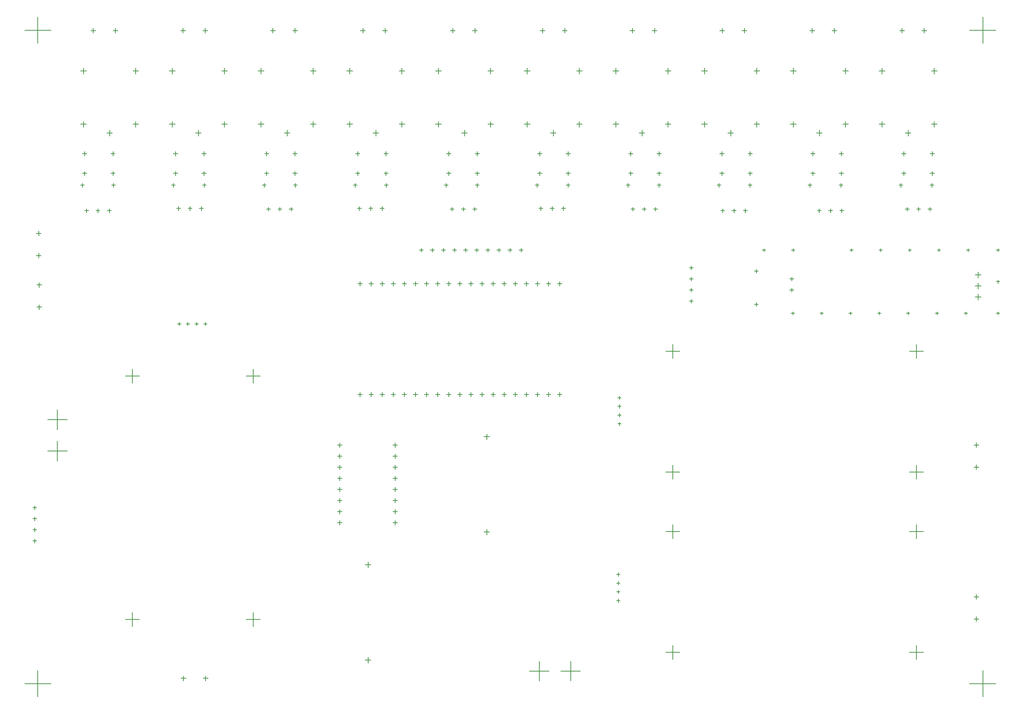
<source format=gbr>
%TF.GenerationSoftware,Altium Limited,Altium Designer,22.1.2 (22)*%
G04 Layer_Color=128*
%FSLAX45Y45*%
%MOMM*%
%TF.SameCoordinates,97720CCC-B93B-4F85-99AC-C394CD96EF65*%
%TF.FilePolarity,Positive*%
%TF.FileFunction,Drillmap*%
%TF.Part,Single*%
G01*
G75*
%TA.AperFunction,NonConductor*%
%ADD79C,0.12700*%
D79*
X4299700Y4762900D02*
X4431700D01*
X4365700Y4696900D02*
Y4828900D01*
X5499700Y4762900D02*
X5631700D01*
X5565700Y4696900D02*
Y4828900D01*
X5499700Y3542900D02*
X5631700D01*
X5565700Y3476900D02*
Y3608900D01*
X4901200Y3342900D02*
X5030200D01*
X4965700Y3278400D02*
Y3407400D01*
X4299700Y3542900D02*
X4431700D01*
X4365700Y3476900D02*
Y3608900D01*
X-7040466Y2866600D02*
X-6941466D01*
X-6990966Y2817100D02*
Y2916100D01*
X-7040466Y2416600D02*
X-6941466D01*
X-6990966Y2367100D02*
Y2466100D01*
X-7690466Y2866600D02*
X-7591466D01*
X-7640966Y2817100D02*
Y2916100D01*
X-7690466Y2416600D02*
X-7591466D01*
X-7640966Y2367100D02*
Y2466100D01*
X-15268600Y-9279000D02*
X-14668600D01*
X-14968600Y-9579000D02*
Y-8979000D01*
X1443400Y-584200D02*
X1528400D01*
X1485900Y-626700D02*
Y-541700D01*
X1443400Y177800D02*
X1528400D01*
X1485900Y135300D02*
Y220300D01*
X-6229900Y660400D02*
X-6139900D01*
X-6184900Y615400D02*
Y705400D01*
X-5975900Y660400D02*
X-5885900D01*
X-5930900Y615400D02*
Y705400D01*
X-5721900Y660400D02*
X-5631900D01*
X-5676900Y615400D02*
Y705400D01*
X-5467900Y660400D02*
X-5377900D01*
X-5422900Y615400D02*
Y705400D01*
X-5213900Y660400D02*
X-5123900D01*
X-5168900Y615400D02*
Y705400D01*
X-4959900Y660400D02*
X-4869900D01*
X-4914900Y615400D02*
Y705400D01*
X-4705900Y660400D02*
X-4615900D01*
X-4660900Y615400D02*
Y705400D01*
X-4451900Y660400D02*
X-4361900D01*
X-4406900Y615400D02*
Y705400D01*
X-4197900Y660400D02*
X-4107900D01*
X-4152900Y615400D02*
Y705400D01*
X-3943900Y660400D02*
X-3853900D01*
X-3898900Y615400D02*
Y705400D01*
X-3828300Y4762900D02*
X-3696300D01*
X-3762300Y4696900D02*
Y4828900D01*
X-2628300Y4762900D02*
X-2496300D01*
X-2562300Y4696900D02*
Y4828900D01*
X-2628300Y3542900D02*
X-2496300D01*
X-2562300Y3476900D02*
Y3608900D01*
X-3226800Y3342900D02*
X-3097800D01*
X-3162300Y3278400D02*
Y3407400D01*
X-3828300Y3542900D02*
X-3696300D01*
X-3762300Y3476900D02*
Y3608900D01*
X-5860300Y4762900D02*
X-5728300D01*
X-5794300Y4696900D02*
Y4828900D01*
X-4660300Y4762900D02*
X-4528300D01*
X-4594300Y4696900D02*
Y4828900D01*
X-4660300Y3542900D02*
X-4528300D01*
X-4594300Y3476900D02*
Y3608900D01*
X-5258800Y3342900D02*
X-5129800D01*
X-5194300Y3278400D02*
Y3407400D01*
X-5860300Y3542900D02*
X-5728300D01*
X-5794300Y3476900D02*
Y3608900D01*
X-11956300Y3542900D02*
X-11824300D01*
X-11890300Y3476900D02*
Y3608900D01*
X-11354800Y3342900D02*
X-11225800D01*
X-11290300Y3278400D02*
Y3407400D01*
X-10756300Y3542900D02*
X-10624300D01*
X-10690300Y3476900D02*
Y3608900D01*
X-10756300Y4762900D02*
X-10624300D01*
X-10690300Y4696900D02*
Y4828900D01*
X-11956300Y4762900D02*
X-11824300D01*
X-11890300Y4696900D02*
Y4828900D01*
X-6832800Y-5588000D02*
X-6730800D01*
X-6781800Y-5639000D02*
Y-5537000D01*
X-6832800Y-5334000D02*
X-6730800D01*
X-6781800Y-5385000D02*
Y-5283000D01*
X-6832800Y-5080000D02*
X-6730800D01*
X-6781800Y-5131000D02*
Y-5029000D01*
X-6832800Y-4826000D02*
X-6730800D01*
X-6781800Y-4877000D02*
Y-4775000D01*
X-6832800Y-4572000D02*
X-6730800D01*
X-6781800Y-4623000D02*
Y-4521000D01*
X-6832800Y-4318000D02*
X-6730800D01*
X-6781800Y-4369000D02*
Y-4267000D01*
X-6832800Y-4064000D02*
X-6730800D01*
X-6781800Y-4115000D02*
Y-4013000D01*
X-6832800Y-3810000D02*
X-6730800D01*
X-6781800Y-3861000D02*
Y-3759000D01*
X-8102800Y-3810000D02*
X-8000800D01*
X-8051800Y-3861000D02*
Y-3759000D01*
X-8102800Y-4064000D02*
X-8000800D01*
X-8051800Y-4115000D02*
Y-4013000D01*
X-8102800Y-4318000D02*
X-8000800D01*
X-8051800Y-4369000D02*
Y-4267000D01*
X-8102800Y-4572000D02*
X-8000800D01*
X-8051800Y-4623000D02*
Y-4521000D01*
X-8102800Y-4826000D02*
X-8000800D01*
X-8051800Y-4877000D02*
Y-4775000D01*
X-8102800Y-5080000D02*
X-8000800D01*
X-8051800Y-5131000D02*
Y-5029000D01*
X-8102800Y-5334000D02*
X-8000800D01*
X-8051800Y-5385000D02*
Y-5283000D01*
X-8102800Y-5588000D02*
X-8000800D01*
X-8051800Y-5639000D02*
Y-5537000D01*
X-15268600Y5697600D02*
X-14668600D01*
X-14968600Y5397600D02*
Y5997600D01*
X6375500Y-9279000D02*
X6975500D01*
X6675500Y-9579000D02*
Y-8979000D01*
X2255000Y0D02*
X2345000D01*
X2300000Y-45000D02*
Y45000D01*
X2255000Y-254000D02*
X2345000D01*
X2300000Y-299000D02*
Y-209000D01*
X6375500Y5697600D02*
X6975500D01*
X6675500Y5397600D02*
Y5997600D01*
X6497900Y-419100D02*
X6633900D01*
X6565900Y-487100D02*
Y-351100D01*
X6497900Y-165100D02*
X6633900D01*
X6565900Y-233100D02*
Y-97100D01*
X6497900Y88900D02*
X6633900D01*
X6565900Y20900D02*
Y156900D01*
X5278999Y5689600D02*
X5388999D01*
X5333999Y5634600D02*
Y5744600D01*
X4770999Y5689600D02*
X4880999D01*
X4825999Y5634600D02*
Y5744600D01*
X3220817Y5689600D02*
X3330817D01*
X3275817Y5634600D02*
Y5744600D01*
X2712817Y5689600D02*
X2822817D01*
X2767817Y5634600D02*
Y5744600D01*
X654635Y5689600D02*
X764635D01*
X709635Y5634600D02*
Y5744600D01*
X1162635Y5689600D02*
X1272635D01*
X1217635Y5634600D02*
Y5744600D01*
X-11768400Y-1032090D02*
X-11688400D01*
X-11728400Y-1072090D02*
Y-992090D01*
X-11568400Y-1032090D02*
X-11488400D01*
X-11528400Y-1072090D02*
Y-992090D01*
X-11368400Y-1032090D02*
X-11288400D01*
X-11328400Y-1072090D02*
Y-992090D01*
X-11168400Y-1032090D02*
X-11088400D01*
X-11128400Y-1072090D02*
Y-992090D01*
X-4752300Y-5803700D02*
X-4620300D01*
X-4686300Y-5869700D02*
Y-5737700D01*
X-4752300Y-3619700D02*
X-4620300D01*
X-4686300Y-3685700D02*
Y-3553700D01*
X-14990199Y-139700D02*
X-14880200D01*
X-14935201Y-194700D02*
Y-84700D01*
X-14990199Y-647700D02*
X-14880200D01*
X-14935201Y-702700D02*
Y-592700D01*
X-11180200Y-9156700D02*
X-11070200D01*
X-11125200Y-9211700D02*
Y-9101700D01*
X-11688200Y-9156700D02*
X-11578200D01*
X-11633200Y-9211700D02*
Y-9101700D01*
X-14745500Y-3226800D02*
X-14290500D01*
X-14517999Y-3454300D02*
Y-2999300D01*
X-14745500Y-3946800D02*
X-14290500D01*
X-14517999Y-4174300D02*
Y-3719300D01*
X-13244640Y5689600D02*
X-13134641D01*
X-13189639Y5634600D02*
Y5744600D01*
X-13752640Y5689600D02*
X-13642641D01*
X-13697639Y5634600D02*
Y5744600D01*
X-11186457Y5689600D02*
X-11076458D01*
X-11131458Y5634600D02*
Y5744600D01*
X-11694457Y5689600D02*
X-11584458D01*
X-11639458Y5634600D02*
Y5744600D01*
X-9128275Y5689600D02*
X-9018276D01*
X-9073275Y5634600D02*
Y5744600D01*
X-9636275Y5689600D02*
X-9526276D01*
X-9581275Y5634600D02*
Y5744600D01*
X-7578093Y5689600D02*
X-7468094D01*
X-7523093Y5634600D02*
Y5744600D01*
X-7070093Y5689600D02*
X-6960094D01*
X-7015093Y5634600D02*
Y5744600D01*
X-5011911Y5689600D02*
X-4901911D01*
X-4956911Y5634600D02*
Y5744600D01*
X-5519911Y5689600D02*
X-5409911D01*
X-5464911Y5634600D02*
Y5744600D01*
X-2953729Y5689600D02*
X-2843729D01*
X-2898729Y5634600D02*
Y5744600D01*
X-3461729Y5689600D02*
X-3351729D01*
X-3406729Y5634600D02*
Y5744600D01*
X-895547Y5689600D02*
X-785547D01*
X-840547Y5634600D02*
Y5744600D01*
X-1403547Y5689600D02*
X-1293547D01*
X-1348547Y5634600D02*
Y5744600D01*
X2734755Y2416600D02*
X2833755D01*
X2784255Y2367100D02*
Y2466100D01*
X2734755Y2866600D02*
X2833755D01*
X2784255Y2817100D02*
Y2916100D01*
X3384755Y2416600D02*
X3483755D01*
X3434255Y2367100D02*
Y2466100D01*
X3384755Y2866600D02*
X3483755D01*
X3434255Y2817100D02*
Y2916100D01*
X2267700Y3542900D02*
X2399700D01*
X2333700Y3476900D02*
Y3608900D01*
X2869200Y3342900D02*
X2998200D01*
X2933700Y3278400D02*
Y3407400D01*
X3467700Y3542900D02*
X3599700D01*
X3533700Y3476900D02*
Y3608900D01*
X3467700Y4762900D02*
X3599700D01*
X3533700Y4696900D02*
Y4828900D01*
X2267700Y4762900D02*
X2399700D01*
X2333700Y4696900D02*
Y4828900D01*
X649710Y2416600D02*
X748710D01*
X699210Y2367100D02*
Y2466100D01*
X649710Y2866600D02*
X748710D01*
X699210Y2817100D02*
Y2916100D01*
X1299711Y2416600D02*
X1398711D01*
X1349211Y2367100D02*
Y2466100D01*
X1299711Y2866600D02*
X1398711D01*
X1349211Y2817100D02*
Y2916100D01*
X2673400Y2146300D02*
X2763400D01*
X2718400Y2101300D02*
Y2191300D01*
X3383400Y2146300D02*
X3473400D01*
X3428400Y2101300D02*
Y2191300D01*
X590600Y2146300D02*
X680600D01*
X635600Y2101300D02*
Y2191300D01*
X1300600Y2146300D02*
X1390600D01*
X1345600Y2101300D02*
Y2191300D01*
X-1435334Y2416600D02*
X-1336334D01*
X-1385834Y2367100D02*
Y2466100D01*
X-1435334Y2866600D02*
X-1336334D01*
X-1385834Y2817100D02*
Y2916100D01*
X-785333Y2416600D02*
X-686333D01*
X-735833Y2367100D02*
Y2466100D01*
X-785333Y2866600D02*
X-686333D01*
X-735833Y2817100D02*
Y2916100D01*
X-2870378Y2866600D02*
X-2771377D01*
X-2820878Y2817100D02*
Y2916100D01*
X-2870378Y2416600D02*
X-2771377D01*
X-2820878Y2367100D02*
Y2466100D01*
X-3520378Y2866600D02*
X-3421378D01*
X-3470878Y2817100D02*
Y2916100D01*
X-3520378Y2416600D02*
X-3421378D01*
X-3470878Y2367100D02*
Y2466100D01*
X-4955422Y2866600D02*
X-4856422D01*
X-4905922Y2817100D02*
Y2916100D01*
X-4955422Y2416600D02*
X-4856422D01*
X-4905922Y2367100D02*
Y2466100D01*
X-5605422Y2866600D02*
X-5506422D01*
X-5555922Y2817100D02*
Y2916100D01*
X-5605422Y2416600D02*
X-5506422D01*
X-5555922Y2367100D02*
Y2466100D01*
X-9775510Y2416600D02*
X-9676510D01*
X-9726010Y2367100D02*
Y2466100D01*
X-9775510Y2866600D02*
X-9676510D01*
X-9726010Y2817100D02*
Y2916100D01*
X-9125510Y2416600D02*
X-9026510D01*
X-9076010Y2367100D02*
Y2466100D01*
X-9125510Y2866600D02*
X-9026510D01*
X-9076010Y2817100D02*
Y2916100D01*
X-11210554Y2866600D02*
X-11111554D01*
X-11161054Y2817100D02*
Y2916100D01*
X-11210554Y2416600D02*
X-11111554D01*
X-11161054Y2367100D02*
Y2466100D01*
X-11860554Y2866600D02*
X-11761554D01*
X-11811054Y2817100D02*
Y2916100D01*
X-11860554Y2416600D02*
X-11761554D01*
X-11811054Y2367100D02*
Y2466100D01*
X-13945598Y2416600D02*
X-13846597D01*
X-13896098Y2367100D02*
Y2466100D01*
X-13945598Y2866600D02*
X-13846597D01*
X-13896098Y2817100D02*
Y2916100D01*
X-13295598Y2416600D02*
X-13196597D01*
X-13246098Y2367100D02*
Y2466100D01*
X-13295598Y2866600D02*
X-13196597D01*
X-13246098Y2817100D02*
Y2916100D01*
X-13989000Y2146300D02*
X-13899001D01*
X-13944000Y2101300D02*
Y2191300D01*
X-13278999Y2146300D02*
X-13189000D01*
X-13234000Y2101300D02*
Y2191300D01*
X-3492700Y1612900D02*
X-3402700D01*
X-3447700Y1567900D02*
Y1657900D01*
X-3232700Y1612900D02*
X-3142700D01*
X-3187700Y1567900D02*
Y1657900D01*
X-2972700Y1612900D02*
X-2882700D01*
X-2927700Y1567900D02*
Y1657900D01*
X-11906200Y2146300D02*
X-11816200D01*
X-11861200Y2101300D02*
Y2191300D01*
X-11196200Y2146300D02*
X-11106200D01*
X-11151200Y2101300D02*
Y2191300D01*
X-13894000Y1562100D02*
X-13803999D01*
X-13849001Y1517100D02*
Y1607100D01*
X-13634000Y1562100D02*
X-13544000D01*
X-13589000Y1517100D02*
Y1607100D01*
X-13374001Y1562100D02*
X-13284000D01*
X-13328999Y1517100D02*
Y1607100D01*
X-11785800Y1611925D02*
X-11695800D01*
X-11740800Y1566925D02*
Y1656925D01*
X-11525800Y1611925D02*
X-11435800D01*
X-11480800Y1566925D02*
Y1656925D01*
X-11265800Y1611925D02*
X-11175800D01*
X-11220800Y1566925D02*
Y1656925D01*
X-1492200Y2146300D02*
X-1402200D01*
X-1447200Y2101300D02*
Y2191300D01*
X-782200Y2146300D02*
X-692200D01*
X-737200Y2101300D02*
Y2191300D01*
X-3575000Y2146300D02*
X-3485000D01*
X-3530000Y2101300D02*
Y2191300D01*
X-2865000Y2146300D02*
X-2775000D01*
X-2820000Y2101300D02*
Y2191300D01*
X-5657800Y2146300D02*
X-5567800D01*
X-5612800Y2101300D02*
Y2191300D01*
X-4947800Y2146300D02*
X-4857800D01*
X-4902800Y2101300D02*
Y2191300D01*
X-7740600Y2146300D02*
X-7650600D01*
X-7695600Y2101300D02*
Y2191300D01*
X-7030600Y2146300D02*
X-6940600D01*
X-6985600Y2101300D02*
Y2191300D01*
X-9728400Y1600200D02*
X-9638400D01*
X-9683400Y1555200D02*
Y1645200D01*
X-9468400Y1600200D02*
X-9378400D01*
X-9423400Y1555200D02*
Y1645200D01*
X-9208400Y1600200D02*
X-9118400D01*
X-9163400Y1555200D02*
Y1645200D01*
X-7645600Y1612900D02*
X-7555600D01*
X-7600600Y1567900D02*
Y1657900D01*
X-7385600Y1612900D02*
X-7295600D01*
X-7340600Y1567900D02*
Y1657900D01*
X-7125600Y1612900D02*
X-7035600D01*
X-7080600Y1567900D02*
Y1657900D01*
X-1384500Y1600200D02*
X-1294500D01*
X-1339500Y1555200D02*
Y1645200D01*
X-1124500Y1600200D02*
X-1034500D01*
X-1079500Y1555200D02*
Y1645200D01*
X-864500Y1600200D02*
X-774500D01*
X-819500Y1555200D02*
Y1645200D01*
X4902000Y1600200D02*
X4992000D01*
X4947000Y1555200D02*
Y1645200D01*
X5162000Y1600200D02*
X5252000D01*
X5207000Y1555200D02*
Y1645200D01*
X5422000Y1600200D02*
X5512000D01*
X5467000Y1555200D02*
Y1645200D01*
X-5524700Y1600200D02*
X-5434700D01*
X-5479700Y1555200D02*
Y1645200D01*
X-5264700Y1600200D02*
X-5174700D01*
X-5219700Y1555200D02*
Y1645200D01*
X-5004700Y1600200D02*
X-4914700D01*
X-4959700Y1555200D02*
Y1645200D01*
X672900Y1562100D02*
X762900D01*
X717900Y1517100D02*
Y1607100D01*
X932900Y1562100D02*
X1022900D01*
X977900Y1517100D02*
Y1607100D01*
X1192900Y1562100D02*
X1282900D01*
X1237900Y1517100D02*
Y1607100D01*
X2882700Y1562100D02*
X2972700D01*
X2927700Y1517100D02*
Y1607100D01*
X3142700Y1562100D02*
X3232700D01*
X3187700Y1517100D02*
Y1607100D01*
X3402700Y1562100D02*
X3492700D01*
X3447700Y1517100D02*
Y1607100D01*
X5469799Y2866600D02*
X5568799D01*
X5519299Y2817100D02*
Y2916100D01*
X5469799Y2416600D02*
X5568799D01*
X5519299Y2367100D02*
Y2466100D01*
X4819799Y2866600D02*
X4918799D01*
X4869299Y2817100D02*
Y2916100D01*
X4819799Y2416600D02*
X4918799D01*
X4869299Y2367100D02*
Y2466100D01*
X-2991700Y-8989600D02*
X-2536700D01*
X-2764200Y-9217100D02*
Y-8762100D01*
X-3711700Y-8989600D02*
X-3256700D01*
X-3484200Y-9217100D02*
Y-8762100D01*
X-1796300Y3542900D02*
X-1664300D01*
X-1730300Y3476900D02*
Y3608900D01*
X-1194800Y3342900D02*
X-1065800D01*
X-1130300Y3278400D02*
Y3407400D01*
X-596300Y3542900D02*
X-464300D01*
X-530300Y3476900D02*
Y3608900D01*
X-596300Y4762900D02*
X-464300D01*
X-530300Y4696900D02*
Y4828900D01*
X-1796300Y4762900D02*
X-1664300D01*
X-1730300Y4696900D02*
Y4828900D01*
X235700Y3542900D02*
X367700D01*
X301700Y3476900D02*
Y3608900D01*
X837200Y3342900D02*
X966200D01*
X901700Y3278400D02*
Y3407400D01*
X1435700Y3542900D02*
X1567700D01*
X1501700Y3476900D02*
Y3608900D01*
X1435700Y4762900D02*
X1567700D01*
X1501700Y4696900D02*
Y4828900D01*
X235700Y4762900D02*
X367700D01*
X301700Y4696900D02*
Y4828900D01*
X-13988300Y4762900D02*
X-13856300D01*
X-13922301Y4696900D02*
Y4828900D01*
X-12788300Y4762900D02*
X-12656300D01*
X-12722300Y4696900D02*
Y4828900D01*
X-12788300Y3542900D02*
X-12656300D01*
X-12722300Y3476900D02*
Y3608900D01*
X-13386800Y3342900D02*
X-13257800D01*
X-13322301Y3278400D02*
Y3407400D01*
X-13988300Y3542900D02*
X-13856300D01*
X-13922301Y3476900D02*
Y3608900D01*
X-9924300Y3542900D02*
X-9792300D01*
X-9858300Y3476900D02*
Y3608900D01*
X-9322800Y3342900D02*
X-9193800D01*
X-9258300Y3278400D02*
Y3407400D01*
X-8724300Y3542900D02*
X-8592300D01*
X-8658300Y3476900D02*
Y3608900D01*
X-8724300Y4762900D02*
X-8592300D01*
X-8658300Y4696900D02*
Y4828900D01*
X-9924300Y4762900D02*
X-9792300D01*
X-9858300Y4696900D02*
Y4828900D01*
X-7892300Y3542900D02*
X-7760300D01*
X-7826300Y3476900D02*
Y3608900D01*
X-7290800Y3342900D02*
X-7161800D01*
X-7226300Y3278400D02*
Y3407400D01*
X-6692300Y3542900D02*
X-6560300D01*
X-6626300Y3476900D02*
Y3608900D01*
X-6692300Y4762900D02*
X-6560300D01*
X-6626300Y4696900D02*
Y4828900D01*
X-7892300Y4762900D02*
X-7760300D01*
X-7826300Y4696900D02*
Y4828900D01*
X-9823400Y2146300D02*
X-9733400D01*
X-9778400Y2101300D02*
Y2191300D01*
X-9113400Y2146300D02*
X-9023400D01*
X-9068400Y2101300D02*
Y2191300D01*
X4756200Y2146300D02*
X4846200D01*
X4801200Y2101300D02*
Y2191300D01*
X5466200Y2146300D02*
X5556200D01*
X5511200Y2101300D02*
Y2191300D01*
X-7470100Y-6553400D02*
X-7338100D01*
X-7404100Y-6619400D02*
Y-6487400D01*
X-7470100Y-8737400D02*
X-7338100D01*
X-7404100Y-8803400D02*
Y-8671400D01*
X-588800Y-8560500D02*
X-266800D01*
X-427800Y-8721500D02*
Y-8399500D01*
X-588800Y-5790500D02*
X-266800D01*
X-427800Y-5951500D02*
Y-5629500D01*
X4991200Y-8560500D02*
X5313200D01*
X5152200Y-8721500D02*
Y-8399500D01*
X4991200Y-5790500D02*
X5313200D01*
X5152200Y-5951500D02*
Y-5629500D01*
X-12963300Y-2226500D02*
X-12641300D01*
X-12802299Y-2387500D02*
Y-2065500D01*
X-10193300Y-2226500D02*
X-9871300D01*
X-10032300Y-2387500D02*
Y-2065500D01*
X-12963300Y-7806500D02*
X-12641300D01*
X-12802299Y-7967500D02*
Y-7645500D01*
X-10193300Y-7806500D02*
X-9871300D01*
X-10032300Y-7967500D02*
Y-7645500D01*
X-588800Y-4433000D02*
X-266800D01*
X-427800Y-4594000D02*
Y-4272000D01*
X-588800Y-1663000D02*
X-266800D01*
X-427800Y-1824000D02*
Y-1502000D01*
X4991200Y-4433000D02*
X5313200D01*
X5152200Y-4594000D02*
Y-4272000D01*
X4991200Y-1663000D02*
X5313200D01*
X5152200Y-1824000D02*
Y-1502000D01*
X6472800Y-7797800D02*
X6582800D01*
X6527800Y-7852800D02*
Y-7742800D01*
X6472800Y-7289800D02*
X6582800D01*
X6527800Y-7344800D02*
Y-7234800D01*
X-45000Y-508000D02*
X45000D01*
X0Y-553000D02*
Y-463000D01*
X-45000Y-254000D02*
X45000D01*
X0Y-299000D02*
Y-209000D01*
X-45000Y0D02*
X45000D01*
X0Y-45000D02*
Y45000D01*
X-45000Y254000D02*
X45000D01*
X0Y209000D02*
Y299000D01*
X-15081799Y-6007100D02*
X-14991800D01*
X-15036800Y-6052100D02*
Y-5962100D01*
X-15081799Y-5753100D02*
X-14991800D01*
X-15036800Y-5798100D02*
Y-5708100D01*
X-15081799Y-5499100D02*
X-14991800D01*
X-15036800Y-5544100D02*
Y-5454100D01*
X-15081799Y-5245100D02*
X-14991800D01*
X-15036800Y-5290100D02*
Y-5200100D01*
X-15002901Y1041400D02*
X-14892900D01*
X-14947900Y986400D02*
Y1096400D01*
X-15002901Y533400D02*
X-14892900D01*
X-14947900Y478400D02*
Y588400D01*
X6472800Y-4318000D02*
X6582800D01*
X6527800Y-4373000D02*
Y-4263000D01*
X6472800Y-3810000D02*
X6582800D01*
X6527800Y-3865000D02*
Y-3755000D01*
X-7641400Y-2654300D02*
X-7537400D01*
X-7589400Y-2706300D02*
Y-2602300D01*
X-7387400Y-2654300D02*
X-7283400D01*
X-7335400Y-2706300D02*
Y-2602300D01*
X-3069400Y-2654300D02*
X-2965400D01*
X-3017400Y-2706300D02*
Y-2602300D01*
X-7133400Y-2654300D02*
X-7029400D01*
X-7081400Y-2706300D02*
Y-2602300D01*
X-6879400Y-2654300D02*
X-6775400D01*
X-6827400Y-2706300D02*
Y-2602300D01*
X-6625400Y-2654300D02*
X-6521400D01*
X-6573400Y-2706300D02*
Y-2602300D01*
X-6371400Y-2654300D02*
X-6267400D01*
X-6319400Y-2706300D02*
Y-2602300D01*
X-6117400Y-2654300D02*
X-6013400D01*
X-6065400Y-2706300D02*
Y-2602300D01*
X-5863400Y-2654300D02*
X-5759400D01*
X-5811400Y-2706300D02*
Y-2602300D01*
X-5609400Y-2654300D02*
X-5505400D01*
X-5557400Y-2706300D02*
Y-2602300D01*
X-5355400Y-2654300D02*
X-5251400D01*
X-5303400Y-2706300D02*
Y-2602300D01*
X-5101400Y-2654300D02*
X-4997400D01*
X-5049400Y-2706300D02*
Y-2602300D01*
X-4847400Y-2654300D02*
X-4743400D01*
X-4795400Y-2706300D02*
Y-2602300D01*
X-4593400Y-2654300D02*
X-4489400D01*
X-4541400Y-2706300D02*
Y-2602300D01*
X-4339400Y-2654300D02*
X-4235400D01*
X-4287400Y-2706300D02*
Y-2602300D01*
X-4085400Y-2654300D02*
X-3981400D01*
X-4033400Y-2706300D02*
Y-2602300D01*
X-3831400Y-2654300D02*
X-3727400D01*
X-3779400Y-2706300D02*
Y-2602300D01*
X-3577400Y-2654300D02*
X-3473400D01*
X-3525400Y-2706300D02*
Y-2602300D01*
X-3323400Y-2654300D02*
X-3219400D01*
X-3271400Y-2706300D02*
Y-2602300D01*
X-7641400Y-114300D02*
X-7537400D01*
X-7589400Y-166300D02*
Y-62300D01*
X-7387400Y-114300D02*
X-7283400D01*
X-7335400Y-166300D02*
Y-62300D01*
X-7133400Y-114300D02*
X-7029400D01*
X-7081400Y-166300D02*
Y-62300D01*
X-6879400Y-114300D02*
X-6775400D01*
X-6827400Y-166300D02*
Y-62300D01*
X-6625400Y-114300D02*
X-6521400D01*
X-6573400Y-166300D02*
Y-62300D01*
X-6371400Y-114300D02*
X-6267400D01*
X-6319400Y-166300D02*
Y-62300D01*
X-6117400Y-114300D02*
X-6013400D01*
X-6065400Y-166300D02*
Y-62300D01*
X-5863400Y-114300D02*
X-5759400D01*
X-5811400Y-166300D02*
Y-62300D01*
X-5609400Y-114300D02*
X-5505400D01*
X-5557400Y-166300D02*
Y-62300D01*
X-5355400Y-114300D02*
X-5251400D01*
X-5303400Y-166300D02*
Y-62300D01*
X-5101400Y-114300D02*
X-4997400D01*
X-5049400Y-166300D02*
Y-62300D01*
X-4847400Y-114300D02*
X-4743400D01*
X-4795400Y-166300D02*
Y-62300D01*
X-4593400Y-114300D02*
X-4489400D01*
X-4541400Y-166300D02*
Y-62300D01*
X-4339400Y-114300D02*
X-4235400D01*
X-4287400Y-166300D02*
Y-62300D01*
X-4085400Y-114300D02*
X-3981400D01*
X-4033400Y-166300D02*
Y-62300D01*
X-3831400Y-114300D02*
X-3727400D01*
X-3779400Y-166300D02*
Y-62300D01*
X-3577400Y-114300D02*
X-3473400D01*
X-3525400Y-166300D02*
Y-62300D01*
X-3323400Y-114300D02*
X-3219400D01*
X-3271400Y-166300D02*
Y-62300D01*
X-3069400Y-114300D02*
X-2965400D01*
X-3017400Y-166300D02*
Y-62300D01*
X-1713010Y-6775500D02*
X-1633010D01*
X-1673010Y-6815500D02*
Y-6735500D01*
X-1713010Y-6975500D02*
X-1633010D01*
X-1673010Y-7015500D02*
Y-6935500D01*
X-1713010Y-7175500D02*
X-1633010D01*
X-1673010Y-7215500D02*
Y-7135500D01*
X-1713010Y-7375500D02*
X-1633010D01*
X-1673010Y-7415500D02*
Y-7335500D01*
X-1687610Y-2724200D02*
X-1607610D01*
X-1647610Y-2764200D02*
Y-2684200D01*
X-1687610Y-2924200D02*
X-1607610D01*
X-1647610Y-2964200D02*
Y-2884200D01*
X-1687610Y-3124200D02*
X-1607610D01*
X-1647610Y-3164200D02*
Y-3084200D01*
X-1687610Y-3324200D02*
X-1607610D01*
X-1647610Y-3364200D02*
Y-3284200D01*
X3633152Y660400D02*
X3704272D01*
X3668712Y624840D02*
Y695960D01*
X6987540Y660400D02*
X7058660D01*
X7023100Y624840D02*
Y695960D01*
X4930139Y-787400D02*
X5001259D01*
X4965699Y-822960D02*
Y-751840D01*
X6250938Y-787400D02*
X6322058D01*
X6286498Y-822960D02*
Y-751840D01*
X6987540Y-63500D02*
X7058660D01*
X7023100Y-99060D02*
Y-27940D01*
X6987540Y-787400D02*
X7058660D01*
X7023100Y-822960D02*
Y-751840D01*
X5590538Y-787400D02*
X5661658D01*
X5626098Y-822960D02*
Y-751840D01*
X4269739Y-787400D02*
X4340859D01*
X4305299Y-822960D02*
Y-751840D01*
X3609339Y-787400D02*
X3680459D01*
X3644899Y-822960D02*
Y-751840D01*
X2948939Y-787400D02*
X3020059D01*
X2984499Y-822960D02*
Y-751840D01*
X2288540Y-787400D02*
X2359660D01*
X2324100Y-822960D02*
Y-751840D01*
X6306501Y660400D02*
X6377621D01*
X6342061Y624840D02*
Y695960D01*
X5638163Y660400D02*
X5709283D01*
X5673723Y624840D02*
Y695960D01*
X4969826Y660400D02*
X5040946D01*
X5005386Y624840D02*
Y695960D01*
X4301489Y660400D02*
X4372609D01*
X4337049Y624840D02*
Y695960D01*
X2296477Y660400D02*
X2367597D01*
X2332037Y624840D02*
Y695960D01*
X1628140Y660400D02*
X1699260D01*
X1663700Y624840D02*
Y695960D01*
%TF.MD5,e29b4d54272c34a4df80a765e90af6a3*%
M02*

</source>
